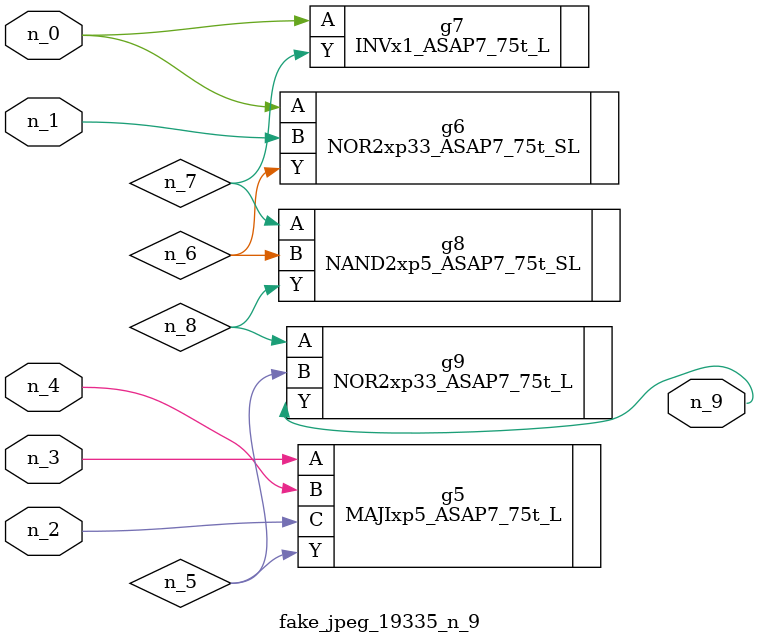
<source format=v>
module fake_jpeg_19335_n_9 (n_3, n_2, n_1, n_0, n_4, n_9);

input n_3;
input n_2;
input n_1;
input n_0;
input n_4;

output n_9;

wire n_8;
wire n_6;
wire n_5;
wire n_7;

MAJIxp5_ASAP7_75t_L g5 ( 
.A(n_3),
.B(n_4),
.C(n_2),
.Y(n_5)
);

NOR2xp33_ASAP7_75t_SL g6 ( 
.A(n_0),
.B(n_1),
.Y(n_6)
);

INVx1_ASAP7_75t_L g7 ( 
.A(n_0),
.Y(n_7)
);

NAND2xp5_ASAP7_75t_SL g8 ( 
.A(n_7),
.B(n_6),
.Y(n_8)
);

NOR2xp33_ASAP7_75t_L g9 ( 
.A(n_8),
.B(n_5),
.Y(n_9)
);


endmodule
</source>
